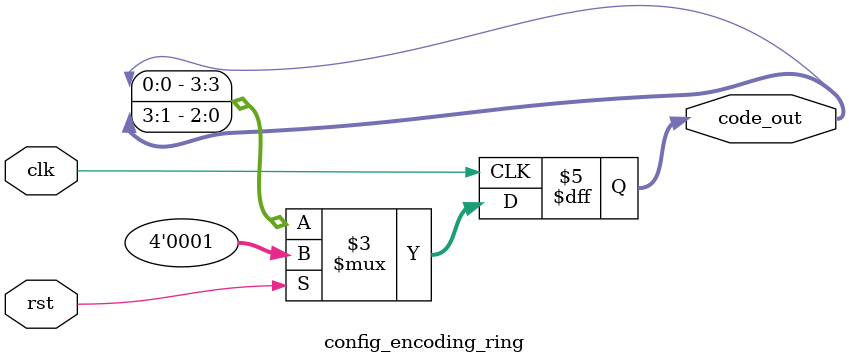
<source format=sv>
module config_encoding_ring #(
    parameter ENCODING = "ONEHOT" // or "BINARY"
)(
    input clk, rst,
    output reg [3:0] code_out
);
always @(posedge clk) begin
    if (rst) code_out <= (ENCODING == "ONEHOT") ? 4'b0001 : 4'b0000;
    else case(ENCODING)
        "ONEHOT": code_out <= {code_out[0], code_out[3:1]};
        "BINARY": code_out <= (code_out == 4'b1000) ? 4'b0001 : code_out << 1;
    endcase
end
endmodule

</source>
